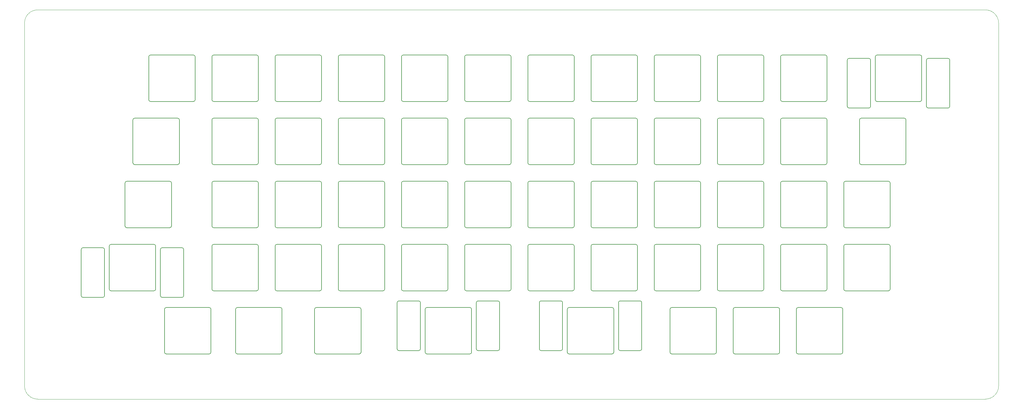
<source format=gbr>
G04 #@! TF.GenerationSoftware,KiCad,Pcbnew,5.1.9-73d0e3b20d~88~ubuntu18.04.1*
G04 #@! TF.CreationDate,2021-02-11T00:16:01-06:00*
G04 #@! TF.ProjectId,plate,706c6174-652e-46b6-9963-61645f706362,rev?*
G04 #@! TF.SameCoordinates,Original*
G04 #@! TF.FileFunction,Profile,NP*
%FSLAX46Y46*%
G04 Gerber Fmt 4.6, Leading zero omitted, Abs format (unit mm)*
G04 Created by KiCad (PCBNEW 5.1.9-73d0e3b20d~88~ubuntu18.04.1) date 2021-02-11 00:16:01*
%MOMM*%
%LPD*%
G01*
G04 APERTURE LIST*
G04 #@! TA.AperFunction,Profile*
%ADD10C,0.200000*%
G04 #@! TD*
G04 #@! TA.AperFunction,Profile*
%ADD11C,0.100000*%
G04 #@! TD*
G04 APERTURE END LIST*
D10*
X237972500Y-78435000D02*
X250972500Y-78435000D01*
X94310000Y-64935000D02*
X94310000Y-77935000D01*
X93810000Y-64435000D02*
G75*
G02*
X94310000Y-64935000I0J-500000D01*
G01*
X80810000Y-64435000D02*
X93810000Y-64435000D01*
X85572500Y-45385000D02*
X98572500Y-45385000D01*
X99072500Y-58884999D02*
G75*
G02*
X98572500Y-59384999I-500000J0D01*
G01*
X85072500Y-45885000D02*
G75*
G02*
X85572500Y-45385000I500000J0D01*
G01*
X85572500Y-59384999D02*
G75*
G02*
X85072500Y-58884999I0J500000D01*
G01*
X98572500Y-45385000D02*
G75*
G02*
X99072500Y-45885000I0J-500000D01*
G01*
X99072500Y-45885000D02*
X99072500Y-58884999D01*
X85572500Y-59384999D02*
X98572500Y-59384999D01*
X85072500Y-45885000D02*
X85072500Y-58884999D01*
D11*
X47625000Y-35718750D02*
G75*
G02*
X51593750Y-31750000I3968750J0D01*
G01*
X51593750Y-149225000D02*
G75*
G02*
X47625000Y-145256250I0J3968750D01*
G01*
X341312500Y-145256250D02*
G75*
G02*
X337343750Y-149225000I-3968750J0D01*
G01*
X337343750Y-31750000D02*
G75*
G02*
X341312500Y-35718750I0J-3968750D01*
G01*
X337343750Y-149225000D02*
X51593750Y-149225000D01*
X341312500Y-145256250D02*
X341312500Y-35718750D01*
X47625000Y-35718750D02*
X47625000Y-145256250D01*
X51593750Y-31750000D02*
X337343750Y-31750000D01*
D10*
X199372500Y-103035000D02*
G75*
G02*
X199872500Y-102535000I500000J0D01*
G01*
X213372500Y-103035000D02*
X213372500Y-116035000D01*
X319585500Y-46885000D02*
X319585500Y-60885000D01*
X231922500Y-45385000D02*
G75*
G02*
X232422500Y-45885000I0J-500000D01*
G01*
X135078750Y-122085000D02*
X135078750Y-135085000D01*
X135578750Y-135585000D02*
X148578750Y-135585000D01*
X299885000Y-78435000D02*
X312885000Y-78435000D01*
X299385000Y-64935000D02*
X299385000Y-77935000D01*
X161772500Y-59384999D02*
X174772500Y-59384999D01*
X289072500Y-45385000D02*
G75*
G02*
X289572500Y-45885000I0J-500000D01*
G01*
X289572500Y-58884999D02*
G75*
G02*
X289072500Y-59384999I-500000J0D01*
G01*
X73666250Y-116535000D02*
G75*
G02*
X73166250Y-116035000I0J500000D01*
G01*
X86666250Y-102535000D02*
G75*
G02*
X87166250Y-103035000I0J-500000D01*
G01*
X209840750Y-134085000D02*
X209840750Y-120085000D01*
X209340750Y-119585000D02*
X203340750Y-119585000D01*
X142722500Y-59384999D02*
G75*
G02*
X142222500Y-58884999I0J500000D01*
G01*
X218922500Y-102535000D02*
X231922500Y-102535000D01*
X213372500Y-116035000D02*
G75*
G02*
X212872500Y-116535000I-500000J0D01*
G01*
X199872500Y-59384999D02*
X212872500Y-59384999D01*
X199872500Y-102535000D02*
X212872500Y-102535000D01*
X194322500Y-116035000D02*
G75*
G02*
X193822500Y-116535000I-500000J0D01*
G01*
X218922500Y-45385000D02*
X231922500Y-45385000D01*
X123172500Y-83985000D02*
X123172500Y-96985000D01*
X104122500Y-64935000D02*
G75*
G02*
X104622500Y-64435000I500000J0D01*
G01*
X326585500Y-60885000D02*
G75*
G02*
X326085500Y-61385000I-500000J0D01*
G01*
X209340750Y-134585000D02*
X203340750Y-134585000D01*
X225278750Y-135085000D02*
G75*
G02*
X224778750Y-135585000I-500000J0D01*
G01*
X317647500Y-45385000D02*
G75*
G02*
X318147500Y-45885000I0J-500000D01*
G01*
X294622500Y-83985000D02*
G75*
G02*
X295122500Y-83485000I500000J0D01*
G01*
X308622500Y-83985000D02*
X308622500Y-96985000D01*
X299885000Y-78435000D02*
G75*
G02*
X299385000Y-77935000I0J500000D01*
G01*
X313385000Y-77935000D02*
G75*
G02*
X312885000Y-78435000I-500000J0D01*
G01*
X123672500Y-116535000D02*
G75*
G02*
X123172500Y-116035000I0J500000D01*
G01*
X136672500Y-102535000D02*
G75*
G02*
X137172500Y-103035000I0J-500000D01*
G01*
X156222500Y-58884999D02*
G75*
G02*
X155722500Y-59384999I-500000J0D01*
G01*
X199372500Y-45885000D02*
G75*
G02*
X199872500Y-45385000I500000J0D01*
G01*
X256522500Y-103035000D02*
G75*
G02*
X257022500Y-102535000I500000J0D01*
G01*
X270522500Y-103035000D02*
X270522500Y-116035000D01*
X237972500Y-45385000D02*
X250972500Y-45385000D01*
X318147500Y-58884999D02*
G75*
G02*
X317647500Y-59384999I-500000J0D01*
G01*
X319585500Y-46885000D02*
G75*
G02*
X320085500Y-46385000I500000J0D01*
G01*
X104122500Y-64935000D02*
X104122500Y-77935000D01*
X250972500Y-64435000D02*
G75*
G02*
X251472500Y-64935000I0J-500000D01*
G01*
X237972500Y-78435000D02*
G75*
G02*
X237472500Y-77935000I0J500000D01*
G01*
X251472500Y-77935000D02*
G75*
G02*
X250972500Y-78435000I-500000J0D01*
G01*
X218422500Y-45885000D02*
X218422500Y-58884999D01*
X168916250Y-121585000D02*
X181916250Y-121585000D01*
X149078750Y-135085000D02*
G75*
G02*
X148578750Y-135585000I-500000J0D01*
G01*
X175272500Y-83985000D02*
X175272500Y-96985000D01*
X117622500Y-45385000D02*
G75*
G02*
X118122500Y-45885000I0J-500000D01*
G01*
X166978250Y-134085000D02*
X166978250Y-120085000D01*
X166478250Y-119585000D02*
X160478250Y-119585000D01*
X104122500Y-83985000D02*
X104122500Y-96985000D01*
X304147500Y-45885000D02*
X304147500Y-58884999D01*
X123172500Y-83985000D02*
G75*
G02*
X123672500Y-83485000I500000J0D01*
G01*
X137172500Y-77935000D02*
G75*
G02*
X136672500Y-78435000I-500000J0D01*
G01*
X242235000Y-122085000D02*
X242235000Y-135085000D01*
X242735000Y-135585000D02*
X255735000Y-135585000D01*
X232422500Y-96985000D02*
G75*
G02*
X231922500Y-97485000I-500000J0D01*
G01*
X111266250Y-122085000D02*
X111266250Y-135085000D01*
X111766250Y-135585000D02*
X124766250Y-135585000D01*
X161772500Y-116535000D02*
G75*
G02*
X161272500Y-116035000I0J500000D01*
G01*
X174772500Y-102535000D02*
G75*
G02*
X175272500Y-103035000I0J-500000D01*
G01*
X218922500Y-64435000D02*
X231922500Y-64435000D01*
X117622500Y-64435000D02*
G75*
G02*
X118122500Y-64935000I0J-500000D01*
G01*
X137172500Y-96985000D02*
G75*
G02*
X136672500Y-97485000I-500000J0D01*
G01*
X65228250Y-118535000D02*
G75*
G02*
X64728250Y-118035000I0J500000D01*
G01*
X71228250Y-103535000D02*
G75*
G02*
X71728250Y-104035000I0J-500000D01*
G01*
X123172500Y-64935000D02*
G75*
G02*
X123672500Y-64435000I500000J0D01*
G01*
X232422500Y-83985000D02*
X232422500Y-96985000D01*
X209840750Y-134085000D02*
G75*
G02*
X209340750Y-134585000I-500000J0D01*
G01*
X202840750Y-134085000D02*
X202840750Y-120085000D01*
X280335000Y-122085000D02*
G75*
G02*
X280835000Y-121585000I500000J0D01*
G01*
X294335000Y-122085000D02*
X294335000Y-135085000D01*
X251472500Y-58884999D02*
G75*
G02*
X250972500Y-59384999I-500000J0D01*
G01*
X142222500Y-103035000D02*
G75*
G02*
X142722500Y-102535000I500000J0D01*
G01*
X156222500Y-103035000D02*
X156222500Y-116035000D01*
X104122500Y-103035000D02*
X104122500Y-116035000D01*
X104622500Y-116535000D02*
X117622500Y-116535000D01*
X155722500Y-45385000D02*
G75*
G02*
X156222500Y-45885000I0J-500000D01*
G01*
X242735000Y-121585000D02*
X255735000Y-121585000D01*
X226716750Y-120085000D02*
G75*
G02*
X227216750Y-119585000I500000J0D01*
G01*
X137172500Y-64935000D02*
X137172500Y-77935000D01*
X135578750Y-135585000D02*
G75*
G02*
X135078750Y-135085000I0J500000D01*
G01*
X148578750Y-121585000D02*
G75*
G02*
X149078750Y-122085000I0J-500000D01*
G01*
X142722500Y-78435000D02*
X155722500Y-78435000D01*
X213372500Y-58884999D02*
G75*
G02*
X212872500Y-59384999I-500000J0D01*
G01*
X142722500Y-45385000D02*
X155722500Y-45385000D01*
X161772500Y-102535000D02*
X174772500Y-102535000D01*
X156222500Y-116035000D02*
G75*
G02*
X155722500Y-116535000I-500000J0D01*
G01*
X280335000Y-122085000D02*
X280335000Y-135085000D01*
X280835000Y-135585000D02*
X293835000Y-135585000D01*
X242735000Y-135585000D02*
G75*
G02*
X242235000Y-135085000I0J500000D01*
G01*
X255735000Y-121585000D02*
G75*
G02*
X256235000Y-122085000I0J-500000D01*
G01*
X123672500Y-97485000D02*
X136672500Y-97485000D01*
X313385000Y-64935000D02*
X313385000Y-77935000D01*
X199872500Y-97485000D02*
X212872500Y-97485000D01*
X275572500Y-45885000D02*
G75*
G02*
X276072500Y-45385000I500000J0D01*
G01*
X199872500Y-78435000D02*
G75*
G02*
X199372500Y-77935000I0J500000D01*
G01*
X194322500Y-77935000D02*
G75*
G02*
X193822500Y-78435000I-500000J0D01*
G01*
X213372500Y-77935000D02*
G75*
G02*
X212872500Y-78435000I-500000J0D01*
G01*
X180322500Y-83985000D02*
X180322500Y-96985000D01*
X218922500Y-78435000D02*
G75*
G02*
X218422500Y-77935000I0J500000D01*
G01*
X256522500Y-83985000D02*
G75*
G02*
X257022500Y-83485000I500000J0D01*
G01*
X270522500Y-83985000D02*
X270522500Y-96985000D01*
X276072500Y-102535000D02*
X289072500Y-102535000D01*
X270522500Y-116035000D02*
G75*
G02*
X270022500Y-116535000I-500000J0D01*
G01*
X294622500Y-83985000D02*
X294622500Y-96985000D01*
X295122500Y-97485000D02*
X308122500Y-97485000D01*
X136672500Y-45385000D02*
G75*
G02*
X137172500Y-45885000I0J-500000D01*
G01*
X276072500Y-45385000D02*
X289072500Y-45385000D01*
X142722500Y-59384999D02*
X155722500Y-59384999D01*
X135578750Y-121585000D02*
X148578750Y-121585000D01*
X125266250Y-135085000D02*
G75*
G02*
X124766250Y-135585000I-500000J0D01*
G01*
X161772500Y-97485000D02*
G75*
G02*
X161272500Y-96985000I0J500000D01*
G01*
X142222500Y-103035000D02*
X142222500Y-116035000D01*
X142722500Y-116535000D02*
X155722500Y-116535000D01*
X65228250Y-103535000D02*
X71228250Y-103535000D01*
X95604250Y-118035000D02*
G75*
G02*
X95104250Y-118535000I-500000J0D01*
G01*
X104622500Y-97485000D02*
X117622500Y-97485000D01*
X312885000Y-64435000D02*
G75*
G02*
X313385000Y-64935000I0J-500000D01*
G01*
X89104250Y-118535000D02*
G75*
G02*
X88604250Y-118035000I0J500000D01*
G01*
X95104250Y-103535000D02*
G75*
G02*
X95604250Y-104035000I0J-500000D01*
G01*
X212872500Y-45385000D02*
G75*
G02*
X213372500Y-45885000I0J-500000D01*
G01*
X280835000Y-121585000D02*
X293835000Y-121585000D01*
X275285000Y-135085000D02*
G75*
G02*
X274785000Y-135585000I-500000J0D01*
G01*
X161272500Y-103035000D02*
X161272500Y-116035000D01*
X161772500Y-116535000D02*
X174772500Y-116535000D01*
X180322500Y-103035000D02*
G75*
G02*
X180822500Y-102535000I500000J0D01*
G01*
X194322500Y-103035000D02*
X194322500Y-116035000D01*
X80310000Y-64935000D02*
X80310000Y-77935000D01*
X212872500Y-83485000D02*
G75*
G02*
X213372500Y-83985000I0J-500000D01*
G01*
X104122500Y-45885000D02*
G75*
G02*
X104622500Y-45385000I500000J0D01*
G01*
X270022500Y-64435000D02*
G75*
G02*
X270522500Y-64935000I0J-500000D01*
G01*
X295122500Y-83485000D02*
X308122500Y-83485000D01*
X289572500Y-96985000D02*
G75*
G02*
X289072500Y-97485000I-500000J0D01*
G01*
X156222500Y-45885000D02*
X156222500Y-58884999D01*
X111266250Y-122085000D02*
G75*
G02*
X111766250Y-121585000I500000J0D01*
G01*
X125266250Y-122085000D02*
X125266250Y-135085000D01*
X123172500Y-45885000D02*
G75*
G02*
X123672500Y-45385000I500000J0D01*
G01*
X64728250Y-104035000D02*
G75*
G02*
X65228250Y-103535000I500000J0D01*
G01*
X71728250Y-104035000D02*
X71728250Y-118035000D01*
X90335000Y-121585000D02*
X103335000Y-121585000D01*
X308622500Y-116035000D02*
G75*
G02*
X308122500Y-116535000I-500000J0D01*
G01*
X276072500Y-116535000D02*
G75*
G02*
X275572500Y-116035000I0J500000D01*
G01*
X289072500Y-102535000D02*
G75*
G02*
X289572500Y-103035000I0J-500000D01*
G01*
X257022500Y-116535000D02*
G75*
G02*
X256522500Y-116035000I0J500000D01*
G01*
X270022500Y-102535000D02*
G75*
G02*
X270522500Y-103035000I0J-500000D01*
G01*
X199372500Y-45885000D02*
X199372500Y-58884999D01*
X270022500Y-45385000D02*
G75*
G02*
X270522500Y-45885000I0J-500000D01*
G01*
X237972500Y-59384999D02*
G75*
G02*
X237472500Y-58884999I0J500000D01*
G01*
X326085500Y-46385000D02*
G75*
G02*
X326585500Y-46885000I0J-500000D01*
G01*
X88604250Y-104035000D02*
X88604250Y-118035000D01*
X89104250Y-118535000D02*
X95104250Y-118535000D01*
X211278750Y-122085000D02*
X211278750Y-135085000D01*
X211778750Y-135585000D02*
X224778750Y-135585000D01*
X275572500Y-83985000D02*
X275572500Y-96985000D01*
X276072500Y-97485000D02*
X289072500Y-97485000D01*
X275572500Y-103035000D02*
X275572500Y-116035000D01*
X276072500Y-116535000D02*
X289072500Y-116535000D01*
X232422500Y-58884999D02*
G75*
G02*
X231922500Y-59384999I-500000J0D01*
G01*
X276072500Y-59384999D02*
G75*
G02*
X275572500Y-58884999I0J500000D01*
G01*
X242235000Y-122085000D02*
G75*
G02*
X242735000Y-121585000I500000J0D01*
G01*
X256235000Y-122085000D02*
X256235000Y-135085000D01*
X161772500Y-45385000D02*
X174772500Y-45385000D01*
X320085500Y-61385000D02*
G75*
G02*
X319585500Y-60885000I0J500000D01*
G01*
X276072500Y-83485000D02*
X289072500Y-83485000D01*
X270522500Y-96985000D02*
G75*
G02*
X270022500Y-97485000I-500000J0D01*
G01*
X251472500Y-64935000D02*
X251472500Y-77935000D01*
X190854250Y-134085000D02*
X190854250Y-120085000D01*
X190354250Y-119585000D02*
X184354250Y-119585000D01*
X142722500Y-97485000D02*
G75*
G02*
X142222500Y-96985000I0J500000D01*
G01*
X180322500Y-45885000D02*
X180322500Y-58884999D01*
X161772500Y-59384999D02*
G75*
G02*
X161272500Y-58884999I0J500000D01*
G01*
X276072500Y-59384999D02*
X289072500Y-59384999D01*
X168416250Y-122085000D02*
X168416250Y-135085000D01*
X168916250Y-135585000D02*
X181916250Y-135585000D01*
X104622500Y-45385000D02*
X117622500Y-45385000D01*
X180822500Y-59384999D02*
X193822500Y-59384999D01*
X302209500Y-46385000D02*
G75*
G02*
X302709500Y-46885000I0J-500000D01*
G01*
X257022500Y-59384999D02*
X270022500Y-59384999D01*
X180822500Y-59384999D02*
G75*
G02*
X180322500Y-58884999I0J500000D01*
G01*
X218422500Y-45885000D02*
G75*
G02*
X218922500Y-45385000I500000J0D01*
G01*
X94310000Y-77935000D02*
G75*
G02*
X93810000Y-78435000I-500000J0D01*
G01*
X80310000Y-64935000D02*
G75*
G02*
X80810000Y-64435000I500000J0D01*
G01*
X237472500Y-45885000D02*
G75*
G02*
X237972500Y-45385000I500000J0D01*
G01*
X299885000Y-64435000D02*
X312885000Y-64435000D01*
X123672500Y-83485000D02*
X136672500Y-83485000D01*
X161272500Y-64935000D02*
G75*
G02*
X161772500Y-64435000I500000J0D01*
G01*
X91928750Y-96985000D02*
G75*
G02*
X91428750Y-97485000I-500000J0D01*
G01*
X193822500Y-83485000D02*
G75*
G02*
X194322500Y-83985000I0J-500000D01*
G01*
X118122500Y-96985000D02*
G75*
G02*
X117622500Y-97485000I-500000J0D01*
G01*
X161772500Y-97485000D02*
X174772500Y-97485000D01*
X123672500Y-59384999D02*
X136672500Y-59384999D01*
X136672500Y-64435000D02*
G75*
G02*
X137172500Y-64935000I0J-500000D01*
G01*
X199872500Y-59384999D02*
G75*
G02*
X199372500Y-58884999I0J500000D01*
G01*
X142222500Y-64935000D02*
X142222500Y-77935000D01*
X180322500Y-45885000D02*
G75*
G02*
X180822500Y-45385000I500000J0D01*
G01*
X276072500Y-78435000D02*
X289072500Y-78435000D01*
X232422500Y-64935000D02*
X232422500Y-77935000D01*
X175272500Y-77935000D02*
G75*
G02*
X174772500Y-78435000I-500000J0D01*
G01*
X180822500Y-78435000D02*
X193822500Y-78435000D01*
X218922500Y-78435000D02*
X231922500Y-78435000D01*
X104622500Y-116535000D02*
G75*
G02*
X104122500Y-116035000I0J500000D01*
G01*
X117622500Y-102535000D02*
G75*
G02*
X118122500Y-103035000I0J-500000D01*
G01*
X296209500Y-61385000D02*
X302209500Y-61385000D01*
X64728250Y-104035000D02*
X64728250Y-118035000D01*
X65228250Y-118535000D02*
X71228250Y-118535000D01*
X302709500Y-60885000D02*
G75*
G02*
X302209500Y-61385000I-500000J0D01*
G01*
X213372500Y-83985000D02*
X213372500Y-96985000D01*
X137172500Y-58884999D02*
G75*
G02*
X136672500Y-59384999I-500000J0D01*
G01*
X174772500Y-45385000D02*
G75*
G02*
X175272500Y-45885000I0J-500000D01*
G01*
X166478250Y-134585000D02*
X160478250Y-134585000D01*
X182416250Y-135085000D02*
G75*
G02*
X181916250Y-135585000I-500000J0D01*
G01*
X275572500Y-45885000D02*
X275572500Y-58884999D01*
X142222500Y-83985000D02*
G75*
G02*
X142722500Y-83485000I500000J0D01*
G01*
X180822500Y-97485000D02*
X193822500Y-97485000D01*
X78428750Y-97485000D02*
G75*
G02*
X77928750Y-96985000I0J500000D01*
G01*
X237972500Y-97485000D02*
X250972500Y-97485000D01*
X270522500Y-64935000D02*
X270522500Y-77935000D01*
X256522500Y-64935000D02*
G75*
G02*
X257022500Y-64435000I500000J0D01*
G01*
X233216750Y-134585000D02*
X227216750Y-134585000D01*
X202840750Y-120085000D02*
G75*
G02*
X203340750Y-119585000I500000J0D01*
G01*
X111766250Y-135585000D02*
G75*
G02*
X111266250Y-135085000I0J500000D01*
G01*
X124766250Y-121585000D02*
G75*
G02*
X125266250Y-122085000I0J-500000D01*
G01*
X232422500Y-77935000D02*
G75*
G02*
X231922500Y-78435000I-500000J0D01*
G01*
X295709500Y-46885000D02*
G75*
G02*
X296209500Y-46385000I500000J0D01*
G01*
X237472500Y-64935000D02*
G75*
G02*
X237972500Y-64435000I500000J0D01*
G01*
X175272500Y-45885000D02*
X175272500Y-58884999D01*
X261285000Y-122085000D02*
G75*
G02*
X261785000Y-121585000I500000J0D01*
G01*
X275285000Y-122085000D02*
X275285000Y-135085000D01*
X233216750Y-119585000D02*
G75*
G02*
X233716750Y-120085000I0J-500000D01*
G01*
X227216750Y-134585000D02*
G75*
G02*
X226716750Y-134085000I0J500000D01*
G01*
X175272500Y-96985000D02*
G75*
G02*
X174772500Y-97485000I-500000J0D01*
G01*
X218422500Y-64935000D02*
G75*
G02*
X218922500Y-64435000I500000J0D01*
G01*
X168416250Y-122085000D02*
G75*
G02*
X168916250Y-121585000I500000J0D01*
G01*
X182416250Y-122085000D02*
X182416250Y-135085000D01*
X175272500Y-58884999D02*
G75*
G02*
X174772500Y-59384999I-500000J0D01*
G01*
X161272500Y-83985000D02*
G75*
G02*
X161772500Y-83485000I500000J0D01*
G01*
X237972500Y-59384999D02*
X250972500Y-59384999D01*
X161272500Y-83985000D02*
X161272500Y-96985000D01*
X90335000Y-135585000D02*
G75*
G02*
X89835000Y-135085000I0J500000D01*
G01*
X103335000Y-121585000D02*
G75*
G02*
X103835000Y-122085000I0J-500000D01*
G01*
X156222500Y-64935000D02*
X156222500Y-77935000D01*
X174772500Y-83485000D02*
G75*
G02*
X175272500Y-83985000I0J-500000D01*
G01*
X155722500Y-64435000D02*
G75*
G02*
X156222500Y-64935000I0J-500000D01*
G01*
X231922500Y-83485000D02*
G75*
G02*
X232422500Y-83985000I0J-500000D01*
G01*
X104122500Y-45885000D02*
X104122500Y-58884999D01*
X296209500Y-61385000D02*
G75*
G02*
X295709500Y-60885000I0J500000D01*
G01*
X289572500Y-45885000D02*
X289572500Y-58884999D01*
X199872500Y-116535000D02*
G75*
G02*
X199372500Y-116035000I0J500000D01*
G01*
X212872500Y-102535000D02*
G75*
G02*
X213372500Y-103035000I0J-500000D01*
G01*
X118122500Y-45885000D02*
X118122500Y-58884999D01*
X257022500Y-97485000D02*
G75*
G02*
X256522500Y-96985000I0J500000D01*
G01*
X270022500Y-83485000D02*
G75*
G02*
X270522500Y-83985000I0J-500000D01*
G01*
X137172500Y-83985000D02*
X137172500Y-96985000D01*
X190354250Y-134585000D02*
X184354250Y-134585000D01*
X159978250Y-120085000D02*
G75*
G02*
X160478250Y-119585000I500000J0D01*
G01*
X233716750Y-134085000D02*
X233716750Y-120085000D01*
X233216750Y-119585000D02*
X227216750Y-119585000D01*
X142722500Y-64435000D02*
X155722500Y-64435000D01*
X123172500Y-103035000D02*
G75*
G02*
X123672500Y-102535000I500000J0D01*
G01*
X137172500Y-103035000D02*
X137172500Y-116035000D01*
X89835000Y-122085000D02*
G75*
G02*
X90335000Y-121585000I500000J0D01*
G01*
X103835000Y-122085000D02*
X103835000Y-135085000D01*
X237472500Y-103035000D02*
X237472500Y-116035000D01*
X237972500Y-116535000D02*
X250972500Y-116535000D01*
X194322500Y-64935000D02*
X194322500Y-77935000D01*
X117622500Y-83485000D02*
G75*
G02*
X118122500Y-83985000I0J-500000D01*
G01*
X142722500Y-102535000D02*
X155722500Y-102535000D01*
X137172500Y-116035000D02*
G75*
G02*
X136672500Y-116535000I-500000J0D01*
G01*
X161272500Y-103035000D02*
G75*
G02*
X161772500Y-102535000I500000J0D01*
G01*
X175272500Y-103035000D02*
X175272500Y-116035000D01*
X276072500Y-97485000D02*
G75*
G02*
X275572500Y-96985000I0J500000D01*
G01*
X289072500Y-83485000D02*
G75*
G02*
X289572500Y-83985000I0J-500000D01*
G01*
X80810000Y-78435000D02*
X93810000Y-78435000D01*
X261785000Y-121585000D02*
X274785000Y-121585000D01*
X256235000Y-135085000D02*
G75*
G02*
X255735000Y-135585000I-500000J0D01*
G01*
X123172500Y-103035000D02*
X123172500Y-116035000D01*
X123672500Y-116535000D02*
X136672500Y-116535000D01*
X166978250Y-134085000D02*
G75*
G02*
X166478250Y-134585000I-500000J0D01*
G01*
X159978250Y-134085000D02*
X159978250Y-120085000D01*
X155722500Y-83485000D02*
G75*
G02*
X156222500Y-83985000I0J-500000D01*
G01*
X73166250Y-103035000D02*
X73166250Y-116035000D01*
X73666250Y-116535000D02*
X86666250Y-116535000D01*
X175272500Y-64935000D02*
X175272500Y-77935000D01*
X213372500Y-45885000D02*
X213372500Y-58884999D01*
X261285000Y-122085000D02*
X261285000Y-135085000D01*
X261785000Y-135585000D02*
X274785000Y-135585000D01*
X218922500Y-97485000D02*
X231922500Y-97485000D01*
X123672500Y-102535000D02*
X136672500Y-102535000D01*
X118122500Y-116035000D02*
G75*
G02*
X117622500Y-116535000I-500000J0D01*
G01*
X275572500Y-103035000D02*
G75*
G02*
X276072500Y-102535000I500000J0D01*
G01*
X289572500Y-103035000D02*
X289572500Y-116035000D01*
X211778750Y-121585000D02*
X224778750Y-121585000D01*
X183854250Y-120085000D02*
G75*
G02*
X184354250Y-119585000I500000J0D01*
G01*
X194322500Y-58884999D02*
G75*
G02*
X193822500Y-59384999I-500000J0D01*
G01*
X218922500Y-59384999D02*
G75*
G02*
X218422500Y-58884999I0J500000D01*
G01*
X289072500Y-64435000D02*
G75*
G02*
X289572500Y-64935000I0J-500000D01*
G01*
X194322500Y-45885000D02*
X194322500Y-58884999D01*
X199372500Y-83985000D02*
X199372500Y-96985000D01*
X118122500Y-77935000D02*
G75*
G02*
X117622500Y-78435000I-500000J0D01*
G01*
X275572500Y-64935000D02*
X275572500Y-77935000D01*
X289572500Y-64935000D02*
X289572500Y-77935000D01*
X275572500Y-64935000D02*
G75*
G02*
X276072500Y-64435000I500000J0D01*
G01*
X104622500Y-83485000D02*
X117622500Y-83485000D01*
X156222500Y-83985000D02*
X156222500Y-96985000D01*
X231922500Y-64435000D02*
G75*
G02*
X232422500Y-64935000I0J-500000D01*
G01*
X199872500Y-64435000D02*
X212872500Y-64435000D01*
X218922500Y-97485000D02*
G75*
G02*
X218422500Y-96985000I0J500000D01*
G01*
X161772500Y-64435000D02*
X174772500Y-64435000D01*
X320085500Y-61385000D02*
X326085500Y-61385000D01*
X190354250Y-119585000D02*
G75*
G02*
X190854250Y-120085000I0J-500000D01*
G01*
X184354250Y-134585000D02*
G75*
G02*
X183854250Y-134085000I0J500000D01*
G01*
X276072500Y-64435000D02*
X289072500Y-64435000D01*
X256522500Y-103035000D02*
X256522500Y-116035000D01*
X257022500Y-116535000D02*
X270022500Y-116535000D01*
X91928750Y-83985000D02*
X91928750Y-96985000D01*
X142222500Y-64935000D02*
G75*
G02*
X142722500Y-64435000I500000J0D01*
G01*
X142722500Y-78435000D02*
G75*
G02*
X142222500Y-77935000I0J500000D01*
G01*
X276072500Y-78435000D02*
G75*
G02*
X275572500Y-77935000I0J500000D01*
G01*
X78428750Y-83485000D02*
X91428750Y-83485000D01*
X218922500Y-116535000D02*
G75*
G02*
X218422500Y-116035000I0J500000D01*
G01*
X231922500Y-102535000D02*
G75*
G02*
X232422500Y-103035000I0J-500000D01*
G01*
X118122500Y-64935000D02*
X118122500Y-77935000D01*
X257022500Y-102535000D02*
X270022500Y-102535000D01*
X251472500Y-116035000D02*
G75*
G02*
X250972500Y-116535000I-500000J0D01*
G01*
X180822500Y-83485000D02*
X193822500Y-83485000D01*
X104622500Y-59384999D02*
G75*
G02*
X104122500Y-58884999I0J500000D01*
G01*
X104122500Y-83985000D02*
G75*
G02*
X104622500Y-83485000I500000J0D01*
G01*
X218922500Y-59384999D02*
X231922500Y-59384999D01*
X180822500Y-45385000D02*
X193822500Y-45385000D01*
X104622500Y-102535000D02*
X117622500Y-102535000D01*
X71728250Y-118035000D02*
G75*
G02*
X71228250Y-118535000I-500000J0D01*
G01*
X123672500Y-78435000D02*
X136672500Y-78435000D01*
X142222500Y-45885000D02*
G75*
G02*
X142722500Y-45385000I500000J0D01*
G01*
X80810000Y-78435000D02*
G75*
G02*
X80310000Y-77935000I0J500000D01*
G01*
X257022500Y-83485000D02*
X270022500Y-83485000D01*
X251472500Y-96985000D02*
G75*
G02*
X250972500Y-97485000I-500000J0D01*
G01*
X104622500Y-97485000D02*
G75*
G02*
X104122500Y-96985000I0J500000D01*
G01*
X232422500Y-45885000D02*
X232422500Y-58884999D01*
X209340750Y-119585000D02*
G75*
G02*
X209840750Y-120085000I0J-500000D01*
G01*
X203340750Y-134585000D02*
G75*
G02*
X202840750Y-134085000I0J500000D01*
G01*
X304147500Y-45885000D02*
G75*
G02*
X304647500Y-45385000I500000J0D01*
G01*
X257022500Y-45385000D02*
X270022500Y-45385000D01*
X156222500Y-96985000D02*
G75*
G02*
X155722500Y-97485000I-500000J0D01*
G01*
X199872500Y-97485000D02*
G75*
G02*
X199372500Y-96985000I0J500000D01*
G01*
X218922500Y-83485000D02*
X231922500Y-83485000D01*
X237472500Y-64935000D02*
X237472500Y-77935000D01*
X123172500Y-45885000D02*
X123172500Y-58884999D01*
X199872500Y-78435000D02*
X212872500Y-78435000D01*
X199372500Y-64935000D02*
G75*
G02*
X199872500Y-64435000I500000J0D01*
G01*
X304647500Y-59384999D02*
G75*
G02*
X304147500Y-58884999I0J500000D01*
G01*
X218422500Y-83985000D02*
X218422500Y-96985000D01*
X257022500Y-78435000D02*
G75*
G02*
X256522500Y-77935000I0J500000D01*
G01*
X135078750Y-122085000D02*
G75*
G02*
X135578750Y-121585000I500000J0D01*
G01*
X149078750Y-122085000D02*
X149078750Y-135085000D01*
X142722500Y-83485000D02*
X155722500Y-83485000D01*
X123672500Y-64435000D02*
X136672500Y-64435000D01*
X142722500Y-97485000D02*
X155722500Y-97485000D01*
X89835000Y-122085000D02*
X89835000Y-135085000D01*
X90335000Y-135585000D02*
X103335000Y-135585000D01*
X180322500Y-64935000D02*
X180322500Y-77935000D01*
X270522500Y-58884999D02*
G75*
G02*
X270022500Y-59384999I-500000J0D01*
G01*
X237972500Y-116535000D02*
G75*
G02*
X237472500Y-116035000I0J500000D01*
G01*
X250972500Y-102535000D02*
G75*
G02*
X251472500Y-103035000I0J-500000D01*
G01*
X161772500Y-78435000D02*
X174772500Y-78435000D01*
X213372500Y-64935000D02*
X213372500Y-77935000D01*
X261785000Y-135585000D02*
G75*
G02*
X261285000Y-135085000I0J500000D01*
G01*
X274785000Y-121585000D02*
G75*
G02*
X275285000Y-122085000I0J-500000D01*
G01*
X77928750Y-83985000D02*
G75*
G02*
X78428750Y-83485000I500000J0D01*
G01*
X88604250Y-104035000D02*
G75*
G02*
X89104250Y-103535000I500000J0D01*
G01*
X95604250Y-104035000D02*
X95604250Y-118035000D01*
X257022500Y-64435000D02*
X270022500Y-64435000D01*
X218422500Y-83985000D02*
G75*
G02*
X218922500Y-83485000I500000J0D01*
G01*
X180822500Y-116535000D02*
G75*
G02*
X180322500Y-116035000I0J500000D01*
G01*
X193822500Y-102535000D02*
G75*
G02*
X194322500Y-103035000I0J-500000D01*
G01*
X295122500Y-97485000D02*
G75*
G02*
X294622500Y-96985000I0J500000D01*
G01*
X308122500Y-83485000D02*
G75*
G02*
X308622500Y-83985000I0J-500000D01*
G01*
X190854250Y-134085000D02*
G75*
G02*
X190354250Y-134585000I-500000J0D01*
G01*
X183854250Y-134085000D02*
X183854250Y-120085000D01*
X161272500Y-45885000D02*
G75*
G02*
X161772500Y-45385000I500000J0D01*
G01*
X180822500Y-102535000D02*
X193822500Y-102535000D01*
X175272500Y-116035000D02*
G75*
G02*
X174772500Y-116535000I-500000J0D01*
G01*
X104622500Y-59384999D02*
X117622500Y-59384999D01*
X237972500Y-102535000D02*
X250972500Y-102535000D01*
X232422500Y-116035000D02*
G75*
G02*
X231922500Y-116535000I-500000J0D01*
G01*
X166478250Y-119585000D02*
G75*
G02*
X166978250Y-120085000I0J-500000D01*
G01*
X160478250Y-134585000D02*
G75*
G02*
X159978250Y-134085000I0J500000D01*
G01*
X211778750Y-135585000D02*
G75*
G02*
X211278750Y-135085000I0J500000D01*
G01*
X224778750Y-121585000D02*
G75*
G02*
X225278750Y-122085000I0J-500000D01*
G01*
X256522500Y-45885000D02*
X256522500Y-58884999D01*
X111766250Y-121585000D02*
X124766250Y-121585000D01*
X103835000Y-135085000D02*
G75*
G02*
X103335000Y-135585000I-500000J0D01*
G01*
X137172500Y-45885000D02*
X137172500Y-58884999D01*
X218422500Y-103035000D02*
X218422500Y-116035000D01*
X218922500Y-116535000D02*
X231922500Y-116535000D01*
X218422500Y-103035000D02*
G75*
G02*
X218922500Y-102535000I500000J0D01*
G01*
X232422500Y-103035000D02*
X232422500Y-116035000D01*
X295122500Y-116535000D02*
G75*
G02*
X294622500Y-116035000I0J500000D01*
G01*
X308122500Y-102535000D02*
G75*
G02*
X308622500Y-103035000I0J-500000D01*
G01*
X294335000Y-135085000D02*
G75*
G02*
X293835000Y-135585000I-500000J0D01*
G01*
X180322500Y-103035000D02*
X180322500Y-116035000D01*
X180822500Y-116535000D02*
X193822500Y-116535000D01*
X296209500Y-46385000D02*
X302209500Y-46385000D01*
X180822500Y-97485000D02*
G75*
G02*
X180322500Y-96985000I0J500000D01*
G01*
X212872500Y-64435000D02*
G75*
G02*
X213372500Y-64935000I0J-500000D01*
G01*
X193822500Y-64435000D02*
G75*
G02*
X194322500Y-64935000I0J-500000D01*
G01*
X237972500Y-97485000D02*
G75*
G02*
X237472500Y-96985000I0J500000D01*
G01*
X250972500Y-83485000D02*
G75*
G02*
X251472500Y-83985000I0J-500000D01*
G01*
X280835000Y-135585000D02*
G75*
G02*
X280335000Y-135085000I0J500000D01*
G01*
X293835000Y-121585000D02*
G75*
G02*
X294335000Y-122085000I0J-500000D01*
G01*
X199872500Y-45385000D02*
X212872500Y-45385000D01*
X237472500Y-103035000D02*
G75*
G02*
X237972500Y-102535000I500000J0D01*
G01*
X251472500Y-103035000D02*
X251472500Y-116035000D01*
X295709500Y-46885000D02*
X295709500Y-60885000D01*
X275572500Y-83985000D02*
G75*
G02*
X276072500Y-83485000I500000J0D01*
G01*
X289572500Y-83985000D02*
X289572500Y-96985000D01*
X156222500Y-77935000D02*
G75*
G02*
X155722500Y-78435000I-500000J0D01*
G01*
X104622500Y-78435000D02*
X117622500Y-78435000D01*
X123672500Y-78435000D02*
G75*
G02*
X123172500Y-77935000I0J500000D01*
G01*
X193822500Y-45385000D02*
G75*
G02*
X194322500Y-45885000I0J-500000D01*
G01*
X142722500Y-116535000D02*
G75*
G02*
X142222500Y-116035000I0J500000D01*
G01*
X155722500Y-102535000D02*
G75*
G02*
X156222500Y-103035000I0J-500000D01*
G01*
X168916250Y-135585000D02*
G75*
G02*
X168416250Y-135085000I0J500000D01*
G01*
X181916250Y-121585000D02*
G75*
G02*
X182416250Y-122085000I0J-500000D01*
G01*
X251472500Y-45885000D02*
X251472500Y-58884999D01*
X270522500Y-45885000D02*
X270522500Y-58884999D01*
X77928750Y-83985000D02*
X77928750Y-96985000D01*
X78428750Y-97485000D02*
X91428750Y-97485000D01*
X174772500Y-64435000D02*
G75*
G02*
X175272500Y-64935000I0J-500000D01*
G01*
X180322500Y-83985000D02*
G75*
G02*
X180822500Y-83485000I500000J0D01*
G01*
X256522500Y-83985000D02*
X256522500Y-96985000D01*
X257022500Y-97485000D02*
X270022500Y-97485000D01*
X304647500Y-59384999D02*
X317647500Y-59384999D01*
X237472500Y-83985000D02*
X237472500Y-96985000D01*
X257022500Y-78435000D02*
X270022500Y-78435000D01*
X256522500Y-64935000D02*
X256522500Y-77935000D01*
X237472500Y-83985000D02*
G75*
G02*
X237972500Y-83485000I500000J0D01*
G01*
X251472500Y-83985000D02*
X251472500Y-96985000D01*
X123172500Y-64935000D02*
X123172500Y-77935000D01*
X302709500Y-46885000D02*
X302709500Y-60885000D01*
X161272500Y-45885000D02*
X161272500Y-58884999D01*
X91428750Y-83485000D02*
G75*
G02*
X91928750Y-83985000I0J-500000D01*
G01*
X199372500Y-83985000D02*
G75*
G02*
X199872500Y-83485000I500000J0D01*
G01*
X299385000Y-64935000D02*
G75*
G02*
X299885000Y-64435000I500000J0D01*
G01*
X233716750Y-134085000D02*
G75*
G02*
X233216750Y-134585000I-500000J0D01*
G01*
X226716750Y-134085000D02*
X226716750Y-120085000D01*
X289572500Y-77935000D02*
G75*
G02*
X289072500Y-78435000I-500000J0D01*
G01*
X73666250Y-102535000D02*
X86666250Y-102535000D01*
X308622500Y-96985000D02*
G75*
G02*
X308122500Y-97485000I-500000J0D01*
G01*
X295122500Y-102535000D02*
X308122500Y-102535000D01*
X289572500Y-116035000D02*
G75*
G02*
X289072500Y-116535000I-500000J0D01*
G01*
X294622500Y-103035000D02*
G75*
G02*
X295122500Y-102535000I500000J0D01*
G01*
X308622500Y-103035000D02*
X308622500Y-116035000D01*
X104622500Y-64435000D02*
X117622500Y-64435000D01*
X250972500Y-45385000D02*
G75*
G02*
X251472500Y-45885000I0J-500000D01*
G01*
X104622500Y-78435000D02*
G75*
G02*
X104122500Y-77935000I0J500000D01*
G01*
X237972500Y-64435000D02*
X250972500Y-64435000D01*
X104122500Y-103035000D02*
G75*
G02*
X104622500Y-102535000I500000J0D01*
G01*
X118122500Y-103035000D02*
X118122500Y-116035000D01*
X118122500Y-83985000D02*
X118122500Y-96985000D01*
X199372500Y-103035000D02*
X199372500Y-116035000D01*
X199872500Y-116535000D02*
X212872500Y-116535000D01*
X257022500Y-59384999D02*
G75*
G02*
X256522500Y-58884999I0J500000D01*
G01*
X136672500Y-83485000D02*
G75*
G02*
X137172500Y-83985000I0J-500000D01*
G01*
X256522500Y-45885000D02*
G75*
G02*
X257022500Y-45385000I500000J0D01*
G01*
X304647500Y-45385000D02*
X317647500Y-45385000D01*
X89104250Y-103535000D02*
X95104250Y-103535000D01*
X87166250Y-116035000D02*
G75*
G02*
X86666250Y-116535000I-500000J0D01*
G01*
X237472500Y-45885000D02*
X237472500Y-58884999D01*
X294622500Y-103035000D02*
X294622500Y-116035000D01*
X295122500Y-116535000D02*
X308122500Y-116535000D01*
X211278750Y-122085000D02*
G75*
G02*
X211778750Y-121585000I500000J0D01*
G01*
X225278750Y-122085000D02*
X225278750Y-135085000D01*
X73166250Y-103035000D02*
G75*
G02*
X73666250Y-102535000I500000J0D01*
G01*
X87166250Y-103035000D02*
X87166250Y-116035000D01*
X180822500Y-64435000D02*
X193822500Y-64435000D01*
X123672500Y-45385000D02*
X136672500Y-45385000D01*
X118122500Y-58884999D02*
G75*
G02*
X117622500Y-59384999I-500000J0D01*
G01*
X161772500Y-78435000D02*
G75*
G02*
X161272500Y-77935000I0J500000D01*
G01*
X161272500Y-64935000D02*
X161272500Y-77935000D01*
X199872500Y-83485000D02*
X212872500Y-83485000D01*
X180322500Y-64935000D02*
G75*
G02*
X180822500Y-64435000I500000J0D01*
G01*
X194322500Y-83985000D02*
X194322500Y-96985000D01*
X218422500Y-64935000D02*
X218422500Y-77935000D01*
X180822500Y-78435000D02*
G75*
G02*
X180322500Y-77935000I0J500000D01*
G01*
X194322500Y-96985000D02*
G75*
G02*
X193822500Y-97485000I-500000J0D01*
G01*
X270522500Y-77935000D02*
G75*
G02*
X270022500Y-78435000I-500000J0D01*
G01*
X161772500Y-83485000D02*
X174772500Y-83485000D01*
X142222500Y-83985000D02*
X142222500Y-96985000D01*
X237972500Y-83485000D02*
X250972500Y-83485000D01*
X213372500Y-96985000D02*
G75*
G02*
X212872500Y-97485000I-500000J0D01*
G01*
X326585500Y-46885000D02*
X326585500Y-60885000D01*
X320085500Y-46385000D02*
X326085500Y-46385000D01*
X123672500Y-97485000D02*
G75*
G02*
X123172500Y-96985000I0J500000D01*
G01*
X199372500Y-64935000D02*
X199372500Y-77935000D01*
X142222500Y-45885000D02*
X142222500Y-58884999D01*
X123672500Y-59384999D02*
G75*
G02*
X123172500Y-58884999I0J500000D01*
G01*
X318147500Y-45885000D02*
X318147500Y-58884999D01*
M02*

</source>
